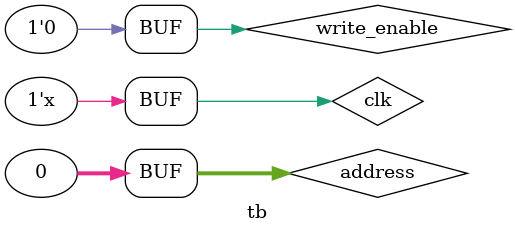
<source format=v>
`include "data_memory.v"

module tb;
	reg			clk;
   	reg 		[31:0]	address;
	reg		[31:0]	write_data;
	reg 			write_enable;

    	wire 		[31:0] 	read_data;
    	data_memory f(.clk(clk),.address(address),.write_data(write_data),.write_enable(write_enable),.read_data(read_data));
    	
    	always 
		#5 clk = ~clk;
	initial
	begin
		clk    = 1'b0      ; // time = 0 
		write_enable = 1'b0;
		address[31:0] =32'h0;	
	end
	
endmodule

</source>
